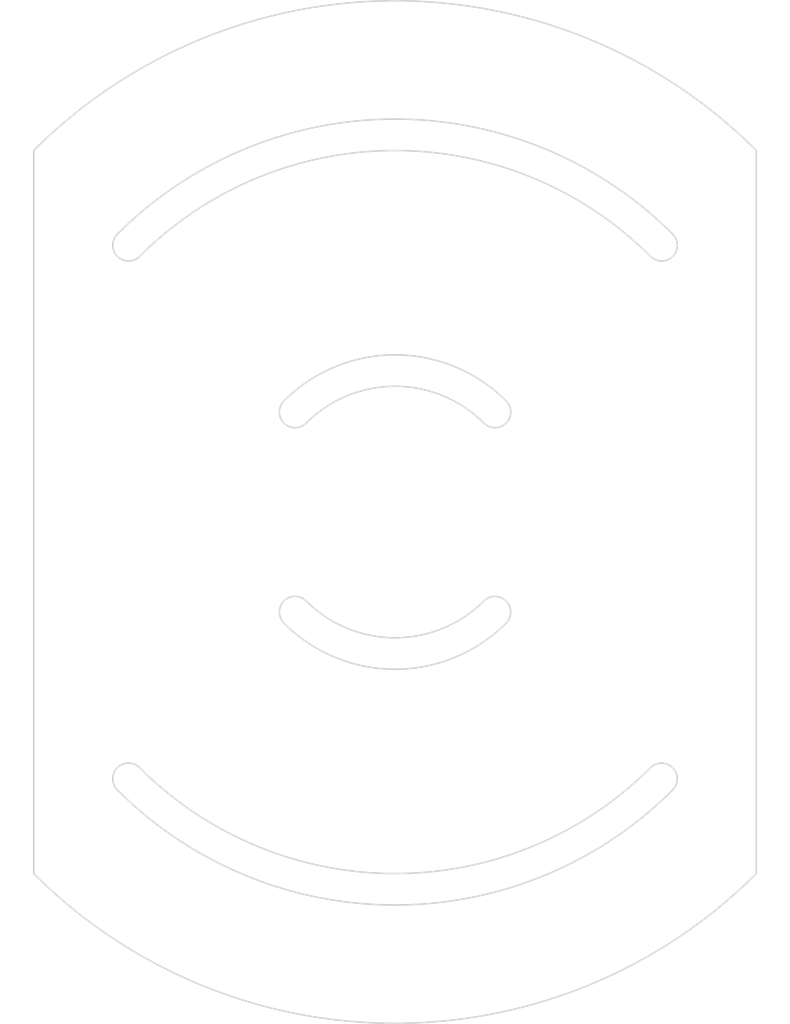
<source format=kicad_pcb>
(kicad_pcb (version 20211014) (generator pcbnew)
  (title_block (title "ADRmu Xformer Spacer") (date "2023-01-01") (rev "0.9") (company "RPG"))
  (layers (0 "F.Cu" signal) (31 "B.Cu" signal) (34 "B.Paste" user) (35 "F.Paste" user) (36 "B.SilkS" user "B.Silkscreen") (37 "F.SilkS" user "F.Silkscreen") (38 "B.Mask" user) (39 "F.Mask" user) (44 "Edge.Cuts" user))
  (net 0 "")
  (footprint "MountingHole:MountingHole_4.3mm_M4" (layer "F.Cu") (at 170 120 180)
    (fp_text reference "H103" hide)
    (fp_text value "MountingHole")
    (pad "" np_thru_hole circle locked (at 0 0 180) (size 4.3 4.3) (drill 4.3) (layers *.Cu *.Mask))
  )
  (footprint "MountingHole:MountingHole_4.3mm_M4" (layer "F.Cu") (at 187 97 180)
    (fp_text reference "H106" hide)
    (fp_text value "MountingHole")
    (pad "" np_thru_hole circle locked (at 0 0 180) (size 4.3 4.3) (drill 4.3) (layers *.Cu *.Mask))
  )
  (footprint "MountingHole:MountingHole_4.3mm_M4" (layer "F.Cu") (at 187 103 180)
    (fp_text reference "H104" hide)
    (fp_text value "MountingHole")
    (pad "" np_thru_hole circle locked (at 0 0 180) (size 4.3 4.3) (drill 4.3) (layers *.Cu *.Mask))
  )
  (footprint "MountingHole:MountingHole_4.3mm_M4" (layer "F.Cu") (at 193 103 180)
    (fp_text reference "H102" hide)
    (fp_text value "MountingHole")
    (pad "" np_thru_hole circle locked (at 0 0 180) (size 4.3 4.3) (drill 4.3) (layers *.Cu *.Mask))
  )
  (footprint "MountingHole:MountingHole_4.3mm_M4" (layer "F.Cu") (at 210 120 180)
    (fp_text reference "H101" hide)
    (fp_text value "MountingHole")
    (pad "" np_thru_hole circle locked (at 0 0 180) (size 4.3 4.3) (drill 4.3) (layers *.Cu *.Mask))
  )
  (footprint "MountingHole:MountingHole_4.3mm_M4" (layer "F.Cu") (at 193 97 180)
    (fp_text reference "H108" hide)
    (fp_text value "MountingHole")
    (pad "" np_thru_hole circle locked (at 0 0 180) (size 4.3 4.3) (drill 4.3) (layers *.Cu *.Mask))
  )
  (footprint "MountingHole:MountingHole_4.3mm_M4" (layer "F.Cu") (at 170 80 180)
    (fp_text reference "H105" hide)
    (fp_text value "MountingHole")
    (pad "" np_thru_hole circle locked (at 0 0 180) (size 4.3 4.3) (drill 4.3) (layers *.Cu *.Mask))
  )
  (footprint "MountingHole:MountingHole_4.3mm_M4" (layer "F.Cu") (at 210 80 180)
    (fp_text reference "H107" hide)
    (fp_text value "MountingHole")
    (pad "" np_thru_hole circle locked (at 0 0 180) (size 4.3 4.3) (drill 4.3) (layers *.Cu *.Mask))
  )
  (gr_arc (start 206.263456 116.263456) (mid 190 123) (end 173.736544 116.263456) (layer "Edge.Cuts") (width 0.1))
  (gr_arc (start 182.928932 107.071068) (mid 182.928932 105.656854) (end 184.343146 105.656854) (layer "Edge.Cuts") (width 0.1))
  (gr_arc (start 206.263456 116.263456) (mid 207.67767 116.263456) (end 207.67767 117.67767) (layer "Edge.Cuts") (width 0.1))
  (gr_arc (start 197.071068 92.928932) (mid 197.071068 94.343146) (end 195.656854 94.343146) (layer "Edge.Cuts") (width 0.1))
  (gr_arc (start 172.32233 117.67767) (mid 172.32233 116.263456) (end 173.736544 116.263456) (layer "Edge.Cuts") (width 0.1))
  (gr_arc (start 167.000001 77.000001) (mid 190 67.473089) (end 212.999999 77.000001) (layer "Edge.Cuts") (width 0.1))
  (gr_arc (start 173.736544 83.736544) (mid 190 77) (end 206.263456 83.736544) (layer "Edge.Cuts") (width 0.1))
  (gr_arc (start 195.656854 105.656854) (mid 190 108) (end 184.343146 105.656854) (layer "Edge.Cuts") (width 0.1))
  (gr_arc (start 184.343146 94.343146) (mid 190 92) (end 195.656854 94.343146) (layer "Edge.Cuts") (width 0.1))
  (gr_arc (start 207.67767 117.67767) (mid 190 125.000001) (end 172.32233 117.67767) (layer "Edge.Cuts") (width 0.1))
  (gr_arc (start 197.071068 107.071068) (mid 190 110) (end 182.928932 107.071068) (layer "Edge.Cuts") (width 0.1))
  (gr_arc (start 182.928932 92.928932) (mid 190 90) (end 197.071068 92.928932) (layer "Edge.Cuts") (width 0.1))
  (gr_arc (start 212.999999 122.999999) (mid 190 132.526911) (end 167.000001 122.999999) (layer "Edge.Cuts") (width 0.1))
  (gr_line (start 212.999999 77.000001) (end 212.999999 122.999999) (layer "Edge.Cuts") (width 0.1))
  (gr_arc (start 173.736544 83.736544) (mid 172.32233 83.736544) (end 172.32233 82.32233) (layer "Edge.Cuts") (width 0.1))
  (gr_arc (start 195.656854 105.656854) (mid 197.071068 105.656854) (end 197.071068 107.071068) (layer "Edge.Cuts") (width 0.1))
  (gr_arc (start 184.343146 94.343146) (mid 182.928932 94.343146) (end 182.928932 92.928932) (layer "Edge.Cuts") (width 0.1))
  (gr_arc (start 172.32233 82.32233) (mid 190 74.999999) (end 207.67767 82.32233) (layer "Edge.Cuts") (width 0.1))
  (gr_line (start 167.000001 77.000001) (end 167.000001 122.999999) (layer "Edge.Cuts") (width 0.1))
  (gr_arc (start 207.67767 82.32233) (mid 207.67767 83.736544) (end 206.263456 83.736544) (layer "Edge.Cuts") (width 0.1))
)
</source>
